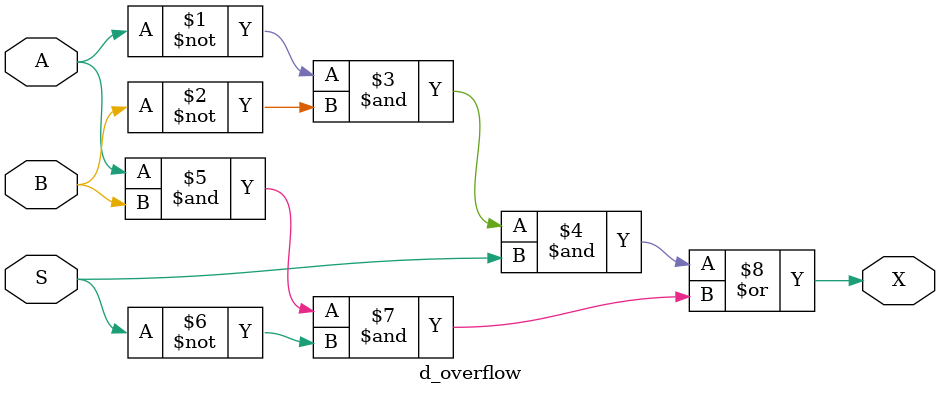
<source format=v>
 module ALU(a, b, operation, zero, result, clk);
input [31:0]a; 
input [31:0]b;
input [2:0]operation;
input clk;
output reg zero;
output reg [31:0] result; 
wire cin;
wire overflow;
wire cout = 1'b0;
wire [31:0]bout;
wire [31:0] and1, or1, add1, slt1;
wire [31:0] resultAux;

assign cin = operation[2];

mux3bits ck(~b, b, operation[2], bout);
genvar i;
generate
	for(i=0; i < 32; i= i + 1)
	begin:ande
		and(and1[i],a[i], b[i]);
	end
endgenerate
generate
	for(i=0; i < 32; i= i + 1)
	begin:ore
		or(or1[i],a[i], b[i]);
	end
endgenerate
somador32bits somaOuSub(a, bout, cin, cout, add1);
slt comparar(a, b, slt1);
d_overflow dt(a, b, add1, overflow);

mux3bits4entradas p(and1, or1, add1, slt1, operation, resultAux);
always@(posedge clk) begin
	result = resultAux;
	zero = ~result[0] & ~result[1] & ~result[2] & ~result[3] & ~result[4] & ~result[5] & ~result[6] & ~result[7] & ~result[8] & 
				  ~result[9] & ~result[10] & ~result[11] & ~result[12] & ~result[13] & ~result[14] & ~result[15] & ~result[16] & 
				  ~result[17] & ~result[18] & ~result[19] & ~result[20] & ~result[21] & ~result[22] & ~result[23] & ~result[24] & 
				  ~result[25] & ~result[26] & ~result[27] & ~result[28] & ~result[29] & ~result[30] & ~result[31];
end  

endmodule

module mux(a, b, s, x);
input a, b, s;
output x;

assign x = s&a || ~s&b;

endmodule

module mux3bits (a,b,s,x);
parameter SIZE=32;
input [31:0]a,b;
input s;
output [31:0]x;

genvar i;
generate
	for(i=0; i < SIZE; i= i + 1)
	begin:instanc
		mux m(a[i], b[i], s, x[i]);
	end
endgenerate

endmodule

module mux3bits4entradas(and1, or1, adder1, slt, operation, x);
input [31:0] and1, or1, adder1, slt; 
input [2:0]operation;
output [31:0]x;
wire [31:0] o,p;

mux3bits uv(or1, and1, operation[0], o);
mux3bits wx(slt, adder1, operation[0], p);
mux3bits a1(p, o, operation[1], x);

endmodule

module full_adder(a, b, cin, cout, s);
input a, b, cin;
output cout, s;

assign s = a ^ b ^cin;
assign cout = a&b || a&cin || b&cin;

endmodule

module somador32bits(a,b,cin,cout,s);
parameter SIZE=32;
input [SIZE-1:0] a, b;
input cin;
output [SIZE-1:0] s;
output cout;
wire [SIZE:0] c;

assign c[0] = cin;
assign cout = c[SIZE];

genvar i;
generate
	for(i=0; i < SIZE; i= i + 1)
	begin:add
		full_adder p(a[i], b[i], c[i], c[i+1], s[i]);
	end
endgenerate

endmodule

module slt (a, b, x);
input [31:0]a,b;
output [31:0]x;
wire [31:0] c, d;
wire cout = 1'b0;
assign c = ~b;

somador32bits comparador(a, c, 1'b1, cout, d);

assign x = {31'b0, d[31]};

endmodule

module d_overflow (A,B,S,X);/*logica que detecta overflow*/
input A,B,S;
output X;
assign X = ((~A&~B&S) | (A&B&~S));

endmodule

</source>
